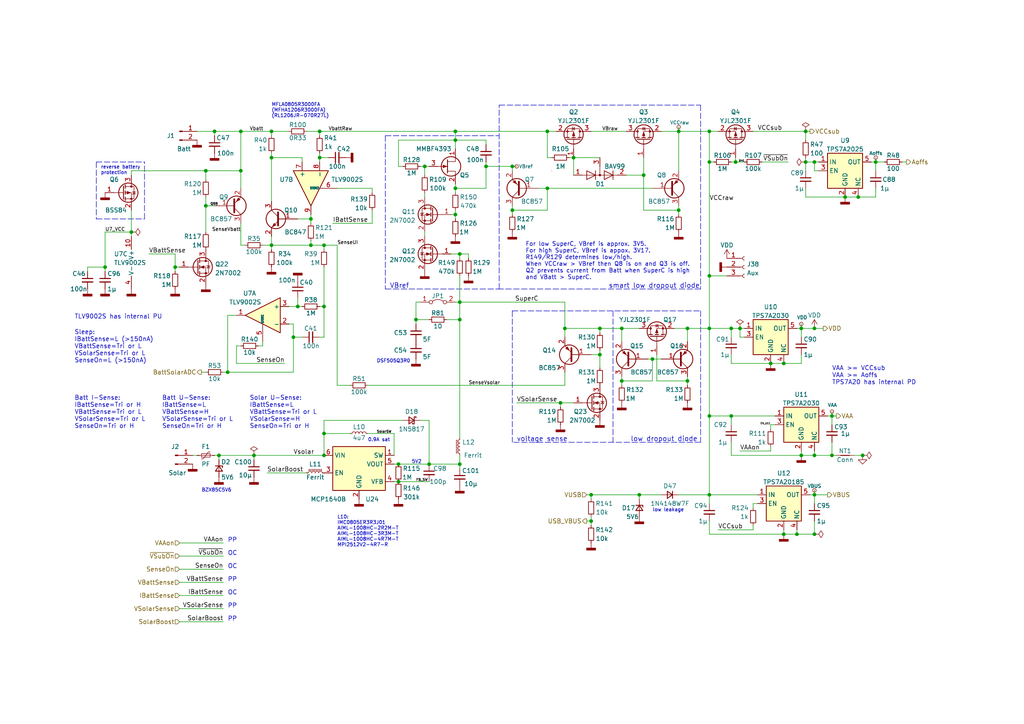
<source format=kicad_sch>
(kicad_sch (version 20211123) (generator eeschema)
  (paper "A4")
  (title_block (title "SOS Main") (date "2023-08-15") (rev "01.01") (comment 1 "CC BY 4.0"))
  (junction (at 232.41 95.25))
  (junction (at 38.1 67.31))
  (junction (at 93.98 125.73))
  (junction (at 236.22 143.51))
  (junction (at 92.71 38.1))
  (junction (at 69.85 38.1))
  (junction (at 199.39 110.49))
  (junction (at 214.63 95.25))
  (junction (at 78.74 71.12))
  (junction (at 180.34 95.25))
  (junction (at 223.52 105.41))
  (junction (at 133.35 134.62))
  (junction (at 231.14 154.94))
  (junction (at 69.85 49.53))
  (junction (at 236.22 46.99))
  (junction (at 73.66 132.08))
  (junction (at 59.69 49.53))
  (junction (at 86.36 88.9))
  (junction (at 248.92 57.15))
  (junction (at 132.08 40.64))
  (junction (at 205.74 38.1))
  (junction (at 162.56 116.84))
  (junction (at 180.34 110.49))
  (junction (at 90.17 63.5))
  (junction (at 212.09 120.65))
  (junction (at 241.3 132.08))
  (junction (at 171.45 151.13))
  (junction (at 115.57 134.62))
  (junction (at 158.75 54.61))
  (junction (at 227.33 154.94))
  (junction (at 205.74 95.25))
  (junction (at 158.75 38.1))
  (junction (at 213.36 46.99))
  (junction (at 189.23 104.14))
  (junction (at 236.22 132.08))
  (junction (at 85.09 97.79))
  (junction (at 233.68 38.1))
  (junction (at 50.8 77.47))
  (junction (at 241.3 120.65))
  (junction (at 185.42 143.51))
  (junction (at 92.71 45.72))
  (junction (at 132.08 38.1))
  (junction (at 186.69 50.8))
  (junction (at 250.19 132.08))
  (junction (at 254 46.99))
  (junction (at 205.74 80.01))
  (junction (at 245.11 57.15))
  (junction (at 166.37 45.72))
  (junction (at 62.23 38.1))
  (junction (at 30.48 77.47))
  (junction (at 233.68 46.99))
  (junction (at 205.74 120.65))
  (junction (at 205.74 143.51))
  (junction (at 90.17 71.12))
  (junction (at 66.04 107.95))
  (junction (at 205.74 46.99))
  (junction (at 196.85 38.1))
  (junction (at 148.59 60.96))
  (junction (at 133.35 92.71))
  (junction (at 236.22 154.94))
  (junction (at 59.69 59.69))
  (junction (at 132.08 54.61))
  (junction (at 173.99 102.87))
  (junction (at 93.98 132.08))
  (junction (at 123.19 48.26))
  (junction (at 78.74 45.72))
  (junction (at 132.08 62.23))
  (junction (at 171.45 143.51))
  (junction (at 120.65 92.71))
  (junction (at 227.33 105.41))
  (junction (at 133.35 87.63))
  (junction (at 78.74 38.1))
  (junction (at 232.41 132.08))
  (junction (at 115.57 139.7))
  (junction (at 173.99 95.25))
  (junction (at 63.5 132.08))
  (junction (at 133.35 73.66))
  (junction (at 212.09 95.25))
  (junction (at 124.46 134.62))
  (junction (at 93.98 88.9))
  (junction (at 196.85 60.96))
  (junction (at 93.98 71.12))
  (junction (at 236.22 95.25))
  (junction (at 199.39 95.25))
  (junction (at 163.83 95.25))
  (junction (at 140.97 48.26))
  (junction (at 148.59 48.26))
  (wire (pts (xy 121.92 87.63) (xy 120.65 87.63)))
  (wire (pts (xy 132.08 87.63) (xy 133.35 87.63)))
  (wire (pts (xy 245.11 57.15) (xy 248.92 57.15)))
  (wire (pts (xy 77.47 137.16) (xy 88.9 137.16)))
  (wire (pts (xy 52.07 161.29) (xy 64.77 161.29)))
  (wire (pts (xy 212.09 132.08) (xy 232.41 132.08)))
  (wire (pts (xy 140.97 48.26) (xy 148.59 48.26)))
  (polyline (pts (xy 41.91 63.5) (xy 41.91 46.99)))
  (wire (pts (xy 205.74 143.51) (xy 205.74 146.05)))
  (wire (pts (xy 69.85 64.77) (xy 69.85 71.12)))
  (wire (pts (xy 140.97 48.26) (xy 140.97 46.99)))
  (wire (pts (xy 254 46.99) (xy 256.54 46.99)))
  (wire (pts (xy 69.85 38.1) (xy 78.74 38.1)))
  (wire (pts (xy 90.17 63.5) (xy 90.17 64.77)))
  (wire (pts (xy 123.19 50.8) (xy 123.19 48.26)))
  (wire (pts (xy 232.41 95.25) (xy 232.41 97.79)))
  (polyline (pts (xy 203.2 90.17) (xy 203.2 128.27)))
  (wire (pts (xy 220.98 46.99) (xy 228.6 46.99)))
  (wire (pts (xy 190.5 102.87) (xy 190.5 110.49)))
  (wire (pts (xy 132.08 54.61) (xy 132.08 55.88)))
  (wire (pts (xy 92.71 45.72) (xy 92.71 46.99)))
  (wire (pts (xy 87.63 45.72) (xy 78.74 45.72)))
  (wire (pts (xy 189.23 104.14) (xy 191.77 104.14)))
  (wire (pts (xy 215.9 97.79) (xy 214.63 97.79)))
  (wire (pts (xy 158.75 45.72) (xy 158.75 38.1)))
  (wire (pts (xy 227.33 154.94) (xy 227.33 153.67)))
  (wire (pts (xy 236.22 143.51) (xy 240.03 143.51)))
  (wire (pts (xy 227.33 154.94) (xy 231.14 154.94)))
  (wire (pts (xy 205.74 80.01) (xy 210.82 80.01)))
  (wire (pts (xy 63.5 132.08) (xy 73.66 132.08)))
  (wire (pts (xy 133.35 87.63) (xy 133.35 92.71)))
  (wire (pts (xy 59.69 59.69) (xy 62.23 59.69)))
  (wire (pts (xy 120.65 92.71) (xy 120.65 93.98)))
  (wire (pts (xy 66.04 107.95) (xy 66.04 91.44)))
  (wire (pts (xy 97.79 71.12) (xy 97.79 111.76)))
  (wire (pts (xy 78.74 44.45) (xy 78.74 45.72)))
  (wire (pts (xy 25.4 77.47) (xy 30.48 77.47)))
  (wire (pts (xy 92.71 45.72) (xy 92.71 44.45)))
  (wire (pts (xy 96.52 64.77) (xy 107.95 64.77)))
  (wire (pts (xy 132.08 38.1) (xy 158.75 38.1)))
  (wire (pts (xy 205.74 151.13) (xy 205.74 154.94)))
  (wire (pts (xy 93.98 88.9) (xy 92.71 88.9)))
  (wire (pts (xy 132.08 53.34) (xy 132.08 54.61)))
  (wire (pts (xy 93.98 72.39) (xy 93.98 71.12)))
  (wire (pts (xy 223.52 105.41) (xy 227.33 105.41)))
  (wire (pts (xy 205.74 46.99) (xy 207.01 46.99)))
  (wire (pts (xy 66.04 91.44) (xy 68.58 91.44)))
  (wire (pts (xy 52.07 168.91) (xy 64.77 168.91)))
  (wire (pts (xy 92.71 38.1) (xy 132.08 38.1)))
  (wire (pts (xy 74.93 100.33) (xy 76.2 100.33)))
  (wire (pts (xy 69.85 71.12) (xy 71.12 71.12)))
  (wire (pts (xy 86.36 88.9) (xy 87.63 88.9)))
  (wire (pts (xy 114.3 125.73) (xy 114.3 132.08)))
  (polyline (pts (xy 27.94 46.99) (xy 27.94 63.5)))
  (polyline (pts (xy 111.76 83.82) (xy 144.78 83.82)))
  (wire (pts (xy 196.85 60.96) (xy 196.85 62.23)))
  (wire (pts (xy 199.39 95.25) (xy 195.58 95.25)))
  (wire (pts (xy 236.22 95.25) (xy 238.76 95.25)))
  (wire (pts (xy 130.81 73.66) (xy 133.35 73.66)))
  (wire (pts (xy 186.69 60.96) (xy 196.85 60.96)))
  (wire (pts (xy 123.19 55.88) (xy 123.19 57.15)))
  (wire (pts (xy 58.42 107.95) (xy 59.69 107.95)))
  (wire (pts (xy 196.85 36.83) (xy 196.85 38.1)))
  (wire (pts (xy 52.07 157.48) (xy 64.77 157.48)))
  (wire (pts (xy 186.69 50.8) (xy 186.69 60.96)))
  (wire (pts (xy 124.46 134.62) (xy 133.35 134.62)))
  (wire (pts (xy 185.42 143.51) (xy 191.77 143.51)))
  (wire (pts (xy 59.69 49.53) (xy 69.85 49.53)))
  (wire (pts (xy 156.21 54.61) (xy 158.75 54.61)))
  (wire (pts (xy 215.9 95.25) (xy 214.63 95.25)))
  (wire (pts (xy 124.46 121.92) (xy 124.46 134.62)))
  (wire (pts (xy 132.08 40.64) (xy 132.08 43.18)))
  (wire (pts (xy 232.41 105.41) (xy 232.41 102.87)))
  (wire (pts (xy 166.37 45.72) (xy 166.37 50.8)))
  (wire (pts (xy 208.28 153.67) (xy 218.44 153.67)))
  (wire (pts (xy 133.35 132.08) (xy 133.35 134.62)))
  (wire (pts (xy 163.83 95.25) (xy 173.99 95.25)))
  (wire (pts (xy 212.09 102.87) (xy 212.09 105.41)))
  (wire (pts (xy 133.35 74.93) (xy 133.35 73.66)))
  (wire (pts (xy 173.99 106.68) (xy 173.99 102.87)))
  (wire (pts (xy 231.14 95.25) (xy 232.41 95.25)))
  (polyline (pts (xy 160.02 49.53) (xy 160.02 49.53)))
  (wire (pts (xy 83.82 88.9) (xy 86.36 88.9)))
  (wire (pts (xy 93.98 77.47) (xy 93.98 88.9)))
  (wire (pts (xy 158.75 54.61) (xy 189.23 54.61)))
  (wire (pts (xy 30.48 67.31) (xy 38.1 67.31)))
  (wire (pts (xy 90.17 71.12) (xy 78.74 71.12)))
  (polyline (pts (xy 203.2 30.48) (xy 203.2 83.82)))
  (wire (pts (xy 223.52 123.19) (xy 224.79 123.19)))
  (wire (pts (xy 85.09 97.79) (xy 85.09 93.98)))
  (wire (pts (xy 180.34 110.49) (xy 189.23 110.49)))
  (wire (pts (xy 187.96 104.14) (xy 189.23 104.14)))
  (wire (pts (xy 78.74 68.58) (xy 78.74 71.12)))
  (wire (pts (xy 68.58 100.33) (xy 69.85 100.33)))
  (wire (pts (xy 223.52 130.81) (xy 223.52 129.54)))
  (wire (pts (xy 93.98 71.12) (xy 90.17 71.12)))
  (wire (pts (xy 73.66 132.08) (xy 73.66 133.35)))
  (wire (pts (xy 180.34 95.25) (xy 180.34 99.06)))
  (wire (pts (xy 133.35 135.89) (xy 133.35 134.62)))
  (wire (pts (xy 120.65 87.63) (xy 120.65 92.71)))
  (wire (pts (xy 95.25 45.72) (xy 92.71 45.72)))
  (wire (pts (xy 170.18 143.51) (xy 171.45 143.51)))
  (wire (pts (xy 85.09 97.79) (xy 85.09 107.95)))
  (polyline (pts (xy 177.8 90.17) (xy 177.8 128.27)))
  (wire (pts (xy 254 57.15) (xy 254 54.61)))
  (wire (pts (xy 132.08 60.96) (xy 132.08 62.23)))
  (wire (pts (xy 171.45 143.51) (xy 171.45 144.78)))
  (wire (pts (xy 107.95 64.77) (xy 107.95 60.96)))
  (wire (pts (xy 50.8 73.66) (xy 50.8 77.47)))
  (wire (pts (xy 148.59 59.69) (xy 148.59 60.96)))
  (wire (pts (xy 233.68 46.99) (xy 233.68 49.53)))
  (wire (pts (xy 163.83 107.95) (xy 163.83 111.76)))
  (polyline (pts (xy 148.59 90.17) (xy 148.59 128.27)))
  (wire (pts (xy 212.09 95.25) (xy 212.09 97.79)))
  (wire (pts (xy 236.22 130.81) (xy 236.22 132.08)))
  (wire (pts (xy 199.39 95.25) (xy 205.74 95.25)))
  (wire (pts (xy 43.18 73.66) (xy 50.8 73.66)))
  (wire (pts (xy 93.98 97.79) (xy 93.98 88.9)))
  (wire (pts (xy 237.49 49.53) (xy 236.22 49.53)))
  (polyline (pts (xy 144.78 30.48) (xy 203.2 30.48)))
  (wire (pts (xy 158.75 60.96) (xy 158.75 54.61)))
  (wire (pts (xy 132.08 40.64) (xy 140.97 40.64)))
  (wire (pts (xy 205.74 46.99) (xy 205.74 80.01)))
  (wire (pts (xy 232.41 93.98) (xy 232.41 95.25)))
  (wire (pts (xy 213.36 46.99) (xy 215.9 46.99)))
  (polyline (pts (xy 111.76 39.37) (xy 111.76 83.82)))
  (wire (pts (xy 133.35 87.63) (xy 163.83 87.63)))
  (wire (pts (xy 199.39 110.49) (xy 199.39 111.76)))
  (wire (pts (xy 212.09 105.41) (xy 223.52 105.41)))
  (wire (pts (xy 247.65 132.08) (xy 250.19 132.08)))
  (wire (pts (xy 165.1 45.72) (xy 166.37 45.72)))
  (wire (pts (xy 116.84 48.26) (xy 115.57 48.26)))
  (wire (pts (xy 205.74 38.1) (xy 205.74 46.99)))
  (wire (pts (xy 115.57 40.64) (xy 132.08 40.64)))
  (wire (pts (xy 59.69 67.31) (xy 59.69 59.69)))
  (wire (pts (xy 87.63 46.99) (xy 87.63 45.72)))
  (wire (pts (xy 214.63 97.79) (xy 214.63 95.25)))
  (wire (pts (xy 254 45.72) (xy 254 46.99)))
  (wire (pts (xy 69.85 49.53) (xy 69.85 54.61)))
  (wire (pts (xy 115.57 134.62) (xy 124.46 134.62)))
  (wire (pts (xy 115.57 139.7) (xy 124.46 139.7)))
  (wire (pts (xy 59.69 57.15) (xy 59.69 59.69)))
  (wire (pts (xy 93.98 71.12) (xy 97.79 71.12)))
  (wire (pts (xy 232.41 95.25) (xy 236.22 95.25)))
  (wire (pts (xy 241.3 119.38) (xy 241.3 120.65)))
  (wire (pts (xy 132.08 38.1) (xy 132.08 40.64)))
  (wire (pts (xy 69.85 38.1) (xy 69.85 49.53)))
  (wire (pts (xy 86.36 86.36) (xy 86.36 88.9)))
  (wire (pts (xy 62.23 38.1) (xy 69.85 38.1)))
  (wire (pts (xy 241.3 132.08) (xy 242.57 132.08)))
  (wire (pts (xy 214.63 130.81) (xy 223.52 130.81)))
  (wire (pts (xy 189.23 110.49) (xy 189.23 104.14)))
  (wire (pts (xy 92.71 97.79) (xy 93.98 97.79)))
  (wire (pts (xy 78.74 71.12) (xy 78.74 72.39)))
  (polyline (pts (xy 111.76 39.37) (xy 144.78 39.37)))
  (wire (pts (xy 97.79 111.76) (xy 101.6 111.76)))
  (wire (pts (xy 261.62 46.99) (xy 262.89 46.99)))
  (wire (pts (xy 76.2 99.06) (xy 76.2 100.33)))
  (wire (pts (xy 30.48 77.47) (xy 30.48 67.31)))
  (wire (pts (xy 63.5 132.08) (xy 63.5 133.35)))
  (wire (pts (xy 212.09 120.65) (xy 224.79 120.65)))
  (wire (pts (xy 85.09 93.98) (xy 83.82 93.98)))
  (polyline (pts (xy 203.2 128.27) (xy 148.59 128.27)))
  (wire (pts (xy 85.09 97.79) (xy 87.63 97.79)))
  (wire (pts (xy 171.45 38.1) (xy 181.61 38.1)))
  (wire (pts (xy 173.99 101.6) (xy 173.99 102.87)))
  (wire (pts (xy 236.22 154.94) (xy 236.22 151.13)))
  (wire (pts (xy 162.56 116.84) (xy 162.56 118.11)))
  (wire (pts (xy 236.22 132.08) (xy 241.3 132.08)))
  (wire (pts (xy 233.68 45.72) (xy 233.68 46.99)))
  (wire (pts (xy 62.23 39.37) (xy 62.23 38.1)))
  (wire (pts (xy 205.74 38.1) (xy 208.28 38.1)))
  (wire (pts (xy 135.89 73.66) (xy 135.89 74.93)))
  (wire (pts (xy 97.79 54.61) (xy 107.95 54.61)))
  (wire (pts (xy 129.54 92.71) (xy 133.35 92.71)))
  (wire (pts (xy 214.63 95.25) (xy 212.09 95.25)))
  (wire (pts (xy 148.59 60.96) (xy 148.59 62.23)))
  (wire (pts (xy 38.1 49.53) (xy 59.69 49.53)))
  (wire (pts (xy 124.46 92.71) (xy 120.65 92.71)))
  (wire (pts (xy 59.69 49.53) (xy 59.69 52.07)))
  (polyline (pts (xy 144.78 83.82) (xy 144.78 30.48)))
  (wire (pts (xy 115.57 40.64) (xy 115.57 48.26)))
  (wire (pts (xy 180.34 110.49) (xy 180.34 111.76)))
  (wire (pts (xy 133.35 73.66) (xy 135.89 73.66)))
  (wire (pts (xy 233.68 57.15) (xy 245.11 57.15)))
  (wire (pts (xy 68.58 105.41) (xy 82.55 105.41)))
  (wire (pts (xy 101.6 125.73) (xy 93.98 125.73)))
  (wire (pts (xy 55.88 132.08) (xy 57.15 132.08)))
  (wire (pts (xy 185.42 143.51) (xy 185.42 144.78)))
  (wire (pts (xy 140.97 54.61) (xy 140.97 48.26)))
  (wire (pts (xy 30.48 77.47) (xy 30.48 78.74)))
  (wire (pts (xy 205.74 95.25) (xy 205.74 120.65)))
  (wire (pts (xy 52.07 172.72) (xy 64.77 172.72)))
  (wire (pts (xy 116.84 121.92) (xy 93.98 121.92)))
  (wire (pts (xy 205.74 143.51) (xy 219.71 143.51)))
  (wire (pts (xy 240.03 120.65) (xy 241.3 120.65)))
  (wire (pts (xy 123.19 48.26) (xy 124.46 48.26)))
  (wire (pts (xy 232.41 132.08) (xy 236.22 132.08)))
  (wire (pts (xy 132.08 62.23) (xy 132.08 63.5)))
  (wire (pts (xy 62.23 132.08) (xy 63.5 132.08)))
  (wire (pts (xy 160.02 45.72) (xy 158.75 45.72)))
  (wire (pts (xy 90.17 63.5) (xy 90.17 62.23)))
  (wire (pts (xy 170.18 151.13) (xy 171.45 151.13)))
  (wire (pts (xy 252.73 46.99) (xy 254 46.99)))
  (wire (pts (xy 171.45 143.51) (xy 185.42 143.51)))
  (wire (pts (xy 205.74 120.65) (xy 212.09 120.65)))
  (wire (pts (xy 166.37 116.84) (xy 162.56 116.84)))
  (wire (pts (xy 133.35 80.01) (xy 133.35 87.63)))
  (wire (pts (xy 213.36 45.72) (xy 213.36 46.99)))
  (wire (pts (xy 171.45 149.86) (xy 171.45 151.13)))
  (wire (pts (xy 133.35 92.71) (xy 133.35 127)))
  (wire (pts (xy 181.61 50.8) (xy 186.69 50.8)))
  (wire (pts (xy 212.09 128.27) (xy 212.09 132.08)))
  (wire (pts (xy 78.74 38.1) (xy 83.82 38.1)))
  (wire (pts (xy 38.1 67.31) (xy 38.1 68.58)))
  (wire (pts (xy 223.52 123.19) (xy 223.52 124.46)))
  (wire (pts (xy 254 46.99) (xy 254 49.53)))
  (wire (pts (xy 130.81 62.23) (xy 132.08 62.23)))
  (wire (pts (xy 173.99 45.72) (xy 166.37 45.72)))
  (wire (pts (xy 171.45 151.13) (xy 171.45 152.4)))
  (wire (pts (xy 173.99 102.87) (xy 171.45 102.87)))
  (wire (pts (xy 232.41 132.08) (xy 232.41 130.81)))
  (wire (pts (xy 248.92 57.15) (xy 254 57.15)))
  (wire (pts (xy 64.77 107.95) (xy 66.04 107.95)))
  (wire (pts (xy 233.68 54.61) (xy 233.68 57.15)))
  (wire (pts (xy 92.71 38.1) (xy 92.71 39.37)))
  (wire (pts (xy 190.5 110.49) (xy 199.39 110.49)))
  (wire (pts (xy 205.74 95.25) (xy 212.09 95.25)))
  (wire (pts (xy 57.15 38.1) (xy 62.23 38.1)))
  (wire (pts (xy 231.14 154.94) (xy 236.22 154.94)))
  (wire (pts (xy 93.98 125.73) (xy 93.98 132.08)))
  (wire (pts (xy 107.95 54.61) (xy 107.95 55.88)))
  (wire (pts (xy 52.07 165.1) (xy 64.77 165.1)))
  (wire (pts (xy 196.85 38.1) (xy 205.74 38.1)))
  (polyline (pts (xy 27.94 63.5) (xy 41.91 63.5)))
  (polyline (pts (xy 148.59 90.17) (xy 203.2 90.17)))
  (wire (pts (xy 186.69 45.72) (xy 186.69 50.8)))
  (wire (pts (xy 196.85 143.51) (xy 205.74 143.51)))
  (wire (pts (xy 52.07 176.53) (xy 64.77 176.53)))
  (wire (pts (xy 90.17 69.85) (xy 90.17 71.12)))
  (wire (pts (xy 52.07 77.47) (xy 50.8 77.47)))
  (wire (pts (xy 236.22 46.99) (xy 236.22 49.53)))
  (wire (pts (xy 205.74 120.65) (xy 205.74 143.51)))
  (wire (pts (xy 173.99 95.25) (xy 173.99 96.52)))
  (wire (pts (xy 68.58 100.33) (xy 68.58 105.41)))
  (wire (pts (xy 50.8 77.47) (xy 50.8 78.74)))
  (wire (pts (xy 121.92 48.26) (xy 123.19 48.26)))
  (wire (pts (xy 218.44 153.67) (xy 218.44 152.4)))
  (wire (pts (xy 132.08 54.61) (xy 140.97 54.61)))
  (wire (pts (xy 234.95 143.51) (xy 236.22 143.51)))
  (wire (pts (xy 76.2 71.12) (xy 78.74 71.12)))
  (wire (pts (xy 173.99 95.25) (xy 180.34 95.25)))
  (wire (pts (xy 38.1 60.96) (xy 38.1 67.31)))
  (wire (pts (xy 227.33 105.41) (xy 232.41 105.41)))
  (wire (pts (xy 236.22 46.99) (xy 237.49 46.99)))
  (wire (pts (xy 25.4 77.47) (xy 25.4 78.74)))
  (wire (pts (xy 78.74 45.72) (xy 78.74 58.42)))
  (wire (pts (xy 241.3 120.65) (xy 242.57 120.65)))
  (wire (pts (xy 148.59 48.26) (xy 148.59 49.53)))
  (wire (pts (xy 106.68 111.76) (xy 163.83 111.76)))
  (wire (pts (xy 233.68 38.1) (xy 233.68 40.64)))
  (wire (pts (xy 233.68 46.99) (xy 236.22 46.99)))
  (wire (pts (xy 196.85 49.53) (xy 196.85 38.1)))
  (wire (pts (xy 218.44 38.1) (xy 233.68 38.1)))
  (wire (pts (xy 196.85 38.1) (xy 191.77 38.1)))
  (wire (pts (xy 86.36 63.5) (xy 90.17 63.5)))
  (wire (pts (xy 231.14 153.67) (xy 231.14 154.94)))
  (wire (pts (xy 218.44 146.05) (xy 218.44 147.32)))
  (wire (pts (xy 114.3 139.7) (xy 115.57 139.7)))
  (wire (pts (xy 241.3 120.65) (xy 241.3 123.19)))
  (wire (pts (xy 163.83 95.25) (xy 163.83 97.79)))
  (wire (pts (xy 88.9 38.1) (xy 92.71 38.1)))
  (polyline (pts (xy 27.94 46.99) (xy 41.91 46.99)))
  (wire (pts (xy 123.19 67.31) (xy 123.19 68.58)))
  (wire (pts (xy 148.59 48.26) (xy 149.86 48.26)))
  (wire (pts (xy 85.09 107.95) (xy 66.04 107.95)))
  (wire (pts (xy 205.74 80.01) (xy 205.74 95.25)))
  (wire (pts (xy 236.22 142.24) (xy 236.22 143.51)))
  (wire (pts (xy 114.3 134.62) (xy 115.57 134.62)))
  (wire (pts (xy 163.83 87.63) (xy 163.83 95.25)))
  (wire (pts (xy 219.71 146.05) (xy 218.44 146.05)))
  (wire (pts (xy 148.59 60.96) (xy 158.75 60.96)))
  (wire (pts (xy 149.86 116.84) (xy 162.56 116.84)))
  (wire (pts (xy 199.39 99.06) (xy 199.39 95.25)))
  (wire (pts (xy 73.66 132.08) (xy 93.98 132.08)))
  (wire (pts (xy 52.07 180.34) (xy 64.77 180.34)))
  (wire (pts (xy 241.3 128.27) (xy 241.3 132.08)))
  (wire (pts (xy 140.97 40.64) (xy 140.97 41.91)))
  (polyline (pts (xy 203.2 83.82) (xy 144.78 83.82)))
  (wire (pts (xy 121.92 121.92) (xy 124.46 121.92)))
  (wire (pts (xy 180.34 95.25) (xy 185.42 95.25)))
  (wire (pts (xy 233.68 38.1) (xy 234.95 38.1)))
  (wire (pts (xy 106.68 125.73) (xy 114.3 125.73)))
  (wire (pts (xy 199.39 110.49) (xy 199.39 109.22)))
  (wire (pts (xy 205.74 154.94) (xy 227.33 154.94)))
  (wire (pts (xy 78.74 38.1) (xy 78.74 39.37)))
  (wire (pts (xy 212.09 46.99) (xy 213.36 46.99)))
  (wire (pts (xy 38.1 50.8) (xy 38.1 49.53)))
  (wire (pts (xy 236.22 143.51) (xy 236.22 146.05)))
  (wire (pts (xy 158.75 38.1) (xy 161.29 38.1)))
  (wire (pts (xy 196.85 59.69) (xy 196.85 60.96)))
  (wire (pts (xy 180.34 109.22) (xy 180.34 110.49)))
  (wire (pts (xy 212.09 120.65) (xy 212.09 123.19)))
  (wire (pts (xy 93.98 121.92) (xy 93.98 125.73)))
  (text "BZX85C5V6" (at 58.42 142.875 0) (effects (font (size 1 1)) (justify left bottom)))
  (text "TLV9002S has internal PU" (at 21.59 92.71 0) (effects (font (size 1.27 1.27)) (justify left bottom)))
  (text "PP" (at 66.04 176.53 0) (effects (font (size 1.27 1.27)) (justify left bottom)))
  (text "VAA >= VCCsub\nVAA >= Aoffs\nTPS7A20 has internal PD" (at 241.3 111.76 0) (effects (font (size 1.27 1.27)) (justify left bottom)))
  (text "low leakage" (at 189.23 148.59 0) (effects (font (size 1 1)) (justify left bottom)))
  (text "reverse battery\nprotection" (at 29.21 50.8 0) (effects (font (size 1 1)) (justify left bottom)))
  (text "Sleep:\nIBattSense=L (>150nA)\nVBattSense=Tri or L\nVSolarSense=Tri or L\nSenseOn=L (>150nA)" (at 21.59 105.41 0) (effects (font (size 1.27 1.27)) (justify left bottom)))
  (text "voltage sense" (at 149.86 128.27 0) (effects (font (size 1.4 1.4)) (justify left bottom)))
  (text "Batt I-Sense:\nIBattSense=Tri or H\nVBattSense=Tri or L\nVSolarSense=Tri or L\nSenseOn=Tri or H" (at 21.59 124.46 0) (effects (font (size 1.27 1.27)) (justify left bottom)))
  (text "VBref" (at 113.03 83.82 0) (effects (font (size 1.4 1.4)) (justify left bottom)))
  (text "5V2" (at 119.38 134.62 0) (effects (font (size 1 1)) (justify left bottom)))
  (text "PP" (at 66.04 180.34 0) (effects (font (size 1.27 1.27)) (justify left bottom)))
  (text "0.9A sat" (at 106.68 128.27 0) (effects (font (size 1 1)) (justify left bottom)))
  (text "OC" (at 66.04 172.72 0) (effects (font (size 1.27 1.27)) (justify left bottom)))
  (text "low dropout diode" (at 182.88 128.27 0) (effects (font (size 1.4 1.4)) (justify left bottom)))
  (text "L10:\nIMC0805ER3R3J01\nAIML-1008HC-2R2M-T\nAIML-1008HC-3R3M-T\nAIML-1008HC-4R7M-T\nMPI2512V2-4R7-R" (at 97.79 158.75 0) (effects (font (size 1 1)) (justify left bottom)))
  (text "Solar U-Sense:\nIBattSense=L\nVBattSense=Tri or L\nVSolarSense=H\nSenseOn=Tri or H" (at 72.39 124.46 0) (effects (font (size 1.27 1.27)) (justify left bottom)))
  (text "MFLA0805R3000FA\n(MFHA1206R3000FA)\n(RL1206JR-070R27L)" (at 78.74 34.29 0) (effects (font (size 1 1)) (justify left bottom)))
  (text "OC" (at 66.04 165.1 0) (effects (font (size 1.27 1.27)) (justify left bottom)))
  (text "For low SuperC, VBref is approx. 3V5.\nFor high SuperC, VBref is appox. 3V17.\nR149/R129 determines low/high.\nWhen VCCraw > VBref then Q8 is on and Q3 is off.\nQ2 prevents current from Batt when SuperC is high\nand VBatt > SuperC." (at 152.4 81.28 0) (effects (font (size 1.2 1.2)) (justify left bottom)))
  (text "smart low dropout diode" (at 176.53 83.82 0) (effects (font (size 1.4 1.4)) (justify left bottom)))
  (text "OC" (at 66.04 161.29 0) (effects (font (size 1.27 1.27)) (justify left bottom)))
  (text "Batt U-Sense:\nIBattSense=L\nVBattSense=H\nVSolarSense=Tri or L\nSenseOn=Tri or H" (at 46.99 124.46 0) (effects (font (size 1.27 1.27)) (justify left bottom)))
  (text "DSF505Q3R0" (at 109.22 105.41 0) (effects (font (size 1 1)) (justify left bottom)))
  (text "PP" (at 66.04 168.91 0) (effects (font (size 1.27 1.27)) (justify left bottom)))
  (text "PP" (at 66.04 157.48 0) (effects (font (size 1.27 1.27)) (justify left bottom)))
  (label "VBattSense" (at 43.18 73.66 0))
  (label "Vbatt" (at 72.39 38.1 0) (effects (font (size 1 1))))
  (label "SenseOn" (at 64.77 165.1 180))
  (label "EN_U11" (at 223.52 123.19 180) (effects (font (size 0.5 0.5))))
  (label "VSolarSense" (at 64.77 176.53 180))
  (label "SenseUI" (at 97.79 71.12 0) (effects (font (size 1 1))))
  (label "VCCsub" (at 219.71 38.1 0))
  (label "SuperC" (at 156.21 87.63 180))
  (label "SenseOn" (at 82.55 105.41 180))
  (label "FB_SW" (at 120.65 139.7 0) (effects (font (size 0.7 0.7))))
  (label "VBattSense" (at 64.77 168.91 180))
  (label "U7_VCC" (at 30.48 67.31 0) (effects (font (size 1 1))))
  (label "VAAon" (at 214.63 130.81 0))
  (label "SenseVsolar" (at 135.89 111.76 0) (effects (font (size 1 1))))
  (label "VbattRaw" (at 95.25 38.1 0) (effects (font (size 1 1))))
  (label "SolarBoost" (at 64.77 180.34 180))
  (label "VCCraw" (at 205.74 58.42 0))
  (label "SolarBoost" (at 77.47 137.16 0))
  (label "Q4G" (at 215.9 46.99 180) (effects (font (size 0.5 0.5))))
  (label "SolarSW" (at 109.22 125.73 0) (effects (font (size 0.7 0.7))))
  (label "Q9B" (at 60.96 59.69 0) (effects (font (size 0.7 0.7))))
  (label "Vsolar" (at 85.09 132.08 0))
  (label "VSolarSense" (at 149.86 116.84 0))
  (label "IBattSense" (at 64.77 172.72 180))
  (label "~{VSubOn}" (at 228.6 46.99 180))
  (label "SenseVbatt" (at 69.85 67.31 180) (effects (font (size 1 1))))
  (label "IBattSense" (at 96.52 64.77 0))
  (label "VAAon" (at 64.77 157.48 180))
  (label "~{VSubOn}" (at 64.77 161.29 180))
  (label "VCCsub" (at 208.28 153.67 0))
  (label "VBraw" (at 174.625 38.1 0) (effects (font (size 1 1))))
  (hierarchical_label "VBUS" (shape output) (at 240.03 143.51 0))
  (hierarchical_label "SenseOn" (shape input) (at 52.07 165.1 180))
  (hierarchical_label "Aoffs" (shape output) (at 262.89 46.99 0))
  (hierarchical_label "VCCsub" (shape output) (at 234.95 38.1 0))
  (hierarchical_label "~{VSubOn}" (shape input) (at 52.07 161.29 180))
  (hierarchical_label "IBattSense" (shape input) (at 52.07 172.72 180))
  (hierarchical_label "SolarBoost" (shape input) (at 52.07 180.34 180))
  (hierarchical_label "VBattSense" (shape input) (at 52.07 168.91 180))
  (hierarchical_label "BattSolarADC" (shape output) (at 58.42 107.95 180))
  (hierarchical_label "VSolarSense" (shape input) (at 52.07 176.53 180))
  (hierarchical_label "VAA" (shape output) (at 242.57 120.65 0))
  (hierarchical_label "VUSB" (shape input) (at 170.18 143.51 180))
  (hierarchical_label "VDD" (shape output) (at 238.76 95.25 0))
  (hierarchical_label "VAAon" (shape input) (at 52.07 157.48 180))
  (hierarchical_label "USB_VBUS" (shape output) (at 170.18 151.13 180))
  (symbol (lib_id "Device:R_Small") (at 132.08 58.42 180) (unit 1)
    (property "Reference" "R150" (at 135.89 57.15 0))
    (property "Value" "470k" (at 135.89 59.69 0))
    (property "Footprint" "Resistor_SMD:R_0603_1608Metric" (effects hide))
  )
  (symbol (lib_id "Connector:Conn_01x02_Male") (at 50.8 132.08 0) (unit 1)
    (property "Reference" "J2" (at 50.8 129.54 0))
    (property "Value" "Solar" (at 51.435 137.16 0))
    (property "Footprint" "Connector_PinHeader_2.54mm:PinHeader_1x02_P2.54mm_Vertical" (effects hide))
  )
  (symbol (lib_name "TPS7A0530PDBV_2") (lib_id "Regulator_Linear:TPS7A0530PDBV") (at 223.52 97.79 0) (unit 1)
    (property "Reference" "U10" (at 223.52 89.0102 0))
    (property "Value" "TPS7A2030" (at 223.52 91.5471 0))
    (property "Footprint" "Package_TO_SOT_SMD:SOT-23-5" (effects hide))
    (property "Datasheet" "https://www.ti.com/lit/ds/symlink/tps7a05.pdf" (effects hide))
  )
  (symbol (lib_id "Transistor_FET:2N7002") (at 57.15 77.47 0) (unit 1)
    (property "Reference" "Q22" (at 62.357 76.6353 0) (effects (justify left)))
    (property "Value" "2N7002" (at 62.357 79.1722 0) (effects (justify left)))
    (property "Footprint" "Package_TO_SOT_SMD:SOT-23" (effects hide))
    (property "Datasheet" "https://www.onsemi.com/pub/Collateral/NDS7002A-D.PDF" (effects hide))
  )
  (symbol (lib_id "Device:R_Small") (at 92.71 41.91 180) (unit 1)
    (property "Reference" "R41" (at 95.885 40.005 0))
    (property "Value" "1k" (at 95.25 42.545 0))
    (property "Footprint" "Resistor_SMD:R_0805_2012Metric" (effects hide))
  )
  (symbol (lib_id "Transistor_FET:MMBF4393") (at 129.54 48.26 0) (unit 1)
    (property "Reference" "Q5" (at 133.35 50.8 0) (effects (justify left)))
    (property "Value" "MMBF4393" (at 120.65 43.18 0) (effects (justify left)))
    (property "Footprint" "Package_TO_SOT_SMD:SOT-23" (effects hide))
    (property "Datasheet" "https://www.onsemi.com/pub/Collateral/MMBF4391LT1-D.PDF" (effects hide))
  )
  (symbol (lib_id "Device:R_Small") (at 196.85 64.77 180) (unit 1)
    (property "Reference" "R116" (at 193.04 63.5 0))
    (property "Value" "1M" (at 194.31 66.04 0))
    (property "Footprint" "Resistor_SMD:R_0805_2012Metric" (effects hide))
  )
  (symbol (lib_id "Device:R_Small") (at 132.08 66.04 180) (unit 1)
    (property "Reference" "R126" (at 135.89 64.77 0))
    (property "Value" "1M" (at 134.62 67.31 0))
    (property "Footprint" "Resistor_SMD:R_0805_2012Metric" (effects hide))
  )
  (symbol (lib_id "power:GNDD") (at 123.19 78.74 0) (unit 1)
    (property "Reference" "#PWR0227" (effects hide))
    (property "Value" "GNDD" (effects hide))
  )
  (symbol (lib_id "Device:R_Small") (at 171.45 147.32 180) (unit 1)
    (property "Reference" "R141" (at 175.26 146.05 0))
    (property "Value" "10k" (at 174.625 148.59 0))
    (property "Footprint" "Resistor_SMD:R_0603_1608Metric" (effects hide))
  )
  (symbol (lib_id "Diode:BAV99") (at 173.99 50.8 0) (mirror x) (unit 1)
    (property "Reference" "D1" (at 172.72 53.34 0) (effects (justify left)))
    (property "Value" "BAV99" (at 175.26 48.26 0) (effects (justify left)))
    (property "Footprint" "Package_TO_SOT_SMD:SOT-23" (effects hide))
    (property "Datasheet" "https://assets.nexperia.com/documents/data-sheet/BAV99_SER.pdf" (effects hide))
  )
  (symbol (lib_id "Device:R_Small") (at 78.74 74.93 180) (unit 1)
    (property "Reference" "R34" (at 82.55 73.66 0))
    (property "Value" "100k" (at 82.55 76.2 0))
    (property "Footprint" "Resistor_SMD:R_0805_2012Metric" (effects hide))
  )
  (symbol (lib_id "Transistor_FET:2N7002") (at 171.45 116.84 0) (unit 1)
    (property "Reference" "Q23" (at 166.37 119.38 0) (effects (justify left)))
    (property "Value" "2N7002" (at 165.1 121.92 0) (effects (justify left)))
    (property "Footprint" "Package_TO_SOT_SMD:SOT-23" (effects hide))
    (property "Datasheet" "https://www.onsemi.com/pub/Collateral/NDS7002A-D.PDF" (effects hide))
  )
  (symbol (lib_id "power:GNDD") (at 50.8 83.82 0) (unit 1)
    (property "Reference" "#PWR0245" (effects hide))
    (property "Value" "GNDD" (effects hide))
  )
  (symbol (lib_id "power:PWR_FLAG") (at 233.68 46.99 90) (unit 1)
    (property "Reference" "#FLG0117" (effects hide))
    (property "Value" "PWR_FLAG" (effects hide))
  )
  (symbol (lib_id "Device:C_Small") (at 86.36 83.82 0) (mirror y) (unit 1)
    (property "Reference" "C40" (at 90.805 81.915 0) (effects (justify left)))
    (property "Value" "100n" (at 85.725 81.28 0) (effects (justify left)))
    (property "Footprint" "Capacitor_SMD:C_0603_1608Metric" (effects hide))
  )
  (symbol (lib_id "power:GNDD") (at 196.85 67.31 0) (unit 1)
    (property "Reference" "#PWR0225" (effects hide))
    (property "Value" "GNDD" (effects hide))
  )
  (symbol (lib_id "Transistor_BJT:BC857") (at 151.13 54.61 180) (unit 1)
    (property "Reference" "Q7" (at 154.94 52.07 0) (effects (justify left)))
    (property "Value" "BC857" (at 157.48 58.42 0) (effects (justify left)))
    (property "Footprint" "Package_TO_SOT_SMD:SOT-23" (effects hide))
    (property "Datasheet" "https://www.onsemi.com/pub/Collateral/BC860-D.pdf" (effects hide))
  )
  (symbol (lib_id "Device:R_Small") (at 218.44 46.99 270) (unit 1)
    (property "Reference" "R107" (at 218.44 45.085 90))
    (property "Value" "100k" (at 218.44 48.895 90))
    (property "Footprint" "Resistor_SMD:R_0603_1608Metric" (effects hide))
  )
  (symbol (lib_id "Device:C_Small") (at 254 52.07 0) (unit 1)
    (property "Reference" "C88" (at 255.905 52.07 0) (effects (justify left)))
    (property "Value" "1µ" (at 255.27 54.61 0) (effects (justify left)))
    (property "Footprint" "Capacitor_SMD:C_0805_2012Metric" (effects hide))
  )
  (symbol (lib_id "Device:R_Small") (at 199.39 114.3 180) (unit 1)
    (property "Reference" "R133" (at 195.58 113.03 0))
    (property "Value" "1M" (at 196.85 115.57 0))
    (property "Footprint" "Resistor_SMD:R_0805_2012Metric" (effects hide))
  )
  (symbol (lib_id "Regulator_Linear:TPS7A0522PDBV") (at 227.33 146.05 0) (unit 1)
    (property "Reference" "U12" (at 227.33 137.2702 0))
    (property "Value" "TPS7A20185" (at 227.33 139.8071 0))
    (property "Footprint" "Package_TO_SOT_SMD:SOT-23-5" (effects hide))
    (property "Datasheet" "https://www.ti.com/lit/ds/symlink/tps7a05.pdf" (effects hide))
  )
  (symbol (lib_id "power:GNDD") (at 223.52 105.41 0) (unit 1)
    (property "Reference" "#PWR0243" (effects hide))
    (property "Value" "GNDD" (effects hide))
  )
  (symbol (lib_id "Device:L_Ferrite_Small") (at 91.44 137.16 90) (unit 1)
    (property "Reference" "L11" (at 91.44 134.62 90))
    (property "Value" "Ferrit" (at 91.44 138.43 90))
    (property "Footprint" "Inductor_SMD:L_0805_2012Metric" (effects hide))
  )
  (symbol (lib_id "Connector:TestPoint_Small") (at 149.86 48.26 0) (unit 1)
    (property "Reference" "TP5" (effects hide))
    (property "Value" "VBref" (at 150.495 48.26 0) (effects (font (size 1 1)) (justify left)))
    (property "Footprint" "TestPoint:TestPoint_THTPad_D1.0mm_Drill0.5mm" (effects hide))
  )
  (symbol (lib_id "power:GNDD") (at 63.5 138.43 0) (unit 1)
    (property "Reference" "#PWR02" (effects hide))
    (property "Value" "GNDD" (effects hide))
  )
  (symbol (lib_id "Device:C_Small") (at 25.4 81.28 0) (unit 1)
    (property "Reference" "C46" (at 20.955 79.375 0) (effects (justify left)))
    (property "Value" "100n" (at 20.32 83.82 0) (effects (justify left)))
    (property "Footprint" "Capacitor_SMD:C_0603_1608Metric" (effects hide))
  )
  (symbol (lib_id "Connector:TestPoint_Small") (at 254 45.72 0) (unit 1)
    (property "Reference" "TP21" (effects hide))
    (property "Value" "Aoffs" (at 252.095 44.45 0) (effects (font (size 1 1)) (justify left)))
    (property "Footprint" "TestPoint:TestPoint_THTPad_D1.0mm_Drill0.5mm" (effects hide))
  )
  (symbol (lib_id "Device:C_Small") (at 236.22 148.59 0) (unit 1)
    (property "Reference" "C95" (at 236.855 146.685 0) (effects (justify left)))
    (property "Value" "1µ" (at 236.855 151.13 0) (effects (justify left)))
    (property "Footprint" "Capacitor_SMD:C_0805_2012Metric" (effects hide))
  )
  (symbol (lib_id "power:GNDD") (at 55.88 134.62 0) (unit 1)
    (property "Reference" "#PWR0226" (effects hide))
    (property "Value" "GNDD" (effects hide))
  )
  (symbol (lib_id "Device:NetTie_2") (at 245.11 132.08 0) (unit 1)
    (property "Reference" "NT1" (at 245.11 130.81 0))
    (property "Value" "Conn" (at 245.11 133.35 0))
    (property "Footprint" "Jumper:SolderJumper-2_P1.3mm_Bridged2Bar_Pad1.0x1.5mm" (effects hide))
  )
  (symbol (lib_id "power:PWR_FLAG") (at 73.66 132.08 0) (unit 1)
    (property "Reference" "#FLG0122" (effects hide))
    (property "Value" "PWR_FLAG" (effects hide))
  )
  (symbol (lib_id "Device:R_Small") (at 86.36 38.1 90) (unit 1)
    (property "Reference" "R100" (at 86.36 36.195 90))
    (property "Value" "0R33" (at 86.36 40.005 90))
    (property "Footprint" "Resistor_SMD:R_0805_2012Metric_Pad1.20x1.40mm_HandSolder" (effects hide))
  )
  (symbol (lib_id "Device:C_Small") (at 30.48 81.28 0) (unit 1)
    (property "Reference" "C96" (at 31.115 79.375 0) (effects (justify left)))
    (property "Value" "1µ" (at 31.115 83.82 0) (effects (justify left)))
    (property "Footprint" "Capacitor_SMD:C_0805_2012Metric" (effects hide))
  )
  (symbol (lib_id "Device:D_Zener_Small") (at 185.42 147.32 270) (unit 1)
    (property "Reference" "D17" (at 180.34 147.32 90) (effects (justify left)))
    (property "Value" "5V6" (at 181.61 149.86 90) (effects (justify left)))
    (property "Footprint" "Diode_THT:D_DO-41_SOD81_P7.62mm_Horizontal" (effects hide))
  )
  (symbol (lib_id "Device:R_Small") (at 104.14 111.76 90) (unit 1)
    (property "Reference" "R51" (at 104.14 109.855 90))
    (property "Value" "100k" (at 104.14 113.665 90))
    (property "Footprint" "Resistor_SMD:R_0805_2012Metric" (effects hide))
  )
  (symbol (lib_id "power:GNDD") (at 132.08 68.58 0) (unit 1)
    (property "Reference" "#PWR0230" (effects hide))
    (property "Value" "GNDD" (effects hide))
  )
  (symbol (lib_id "Device:C_Small") (at 212.09 100.33 0) (unit 1)
    (property "Reference" "C91" (at 207.645 98.425 0) (effects (justify left)))
    (property "Value" "1µ" (at 208.915 102.87 0) (effects (justify left)))
    (property "Footprint" "Capacitor_SMD:C_0805_2012Metric" (effects hide))
  )
  (symbol (lib_id "power:GNDA") (at 250.19 132.08 0) (unit 1)
    (property "Reference" "#PWR0264" (effects hide))
    (property "Value" "GNDA" (effects hide))
  )
  (symbol (lib_id "Connector:TestPoint_Small") (at 241.3 119.38 0) (unit 1)
    (property "Reference" "TP22" (effects hide))
    (property "Value" "VAA" (at 240.03 117.475 0) (effects (font (size 1 1)) (justify left)))
    (property "Footprint" "TestPoint:TestPoint_THTPad_D1.0mm_Drill0.5mm" (effects hide))
  )
  (symbol (lib_id "Device:R_Small") (at 50.8 81.28 180) (unit 1)
    (property "Reference" "R118" (at 46.99 80.01 0))
    (property "Value" "1M" (at 48.26 82.55 0))
    (property "Footprint" "Resistor_SMD:R_0805_2012Metric" (effects hide))
  )
  (symbol (lib_id "Transistor_FET:BSS84") (at 35.56 55.88 0) (unit 1)
    (property "Reference" "Q6" (at 31.75 52.07 0) (effects (justify left)))
    (property "Value" "BSS84" (at 30.48 60.96 0) (effects (justify left)))
    (property "Footprint" "Package_TO_SOT_SMD:SOT-23" (effects hide))
    (property "Datasheet" "http://assets.nexperia.com/documents/data-sheet/BSS84.pdf" (effects hide))
  )
  (symbol (lib_id "Device:R_Small") (at 73.66 71.12 90) (unit 1)
    (property "Reference" "R35" (at 73.66 69.215 90))
    (property "Value" "100k" (at 73.66 73.025 90))
    (property "Footprint" "Resistor_SMD:R_0805_2012Metric" (effects hide))
  )
  (symbol (lib_id "power:GNDD") (at 25.4 83.82 0) (unit 1)
    (property "Reference" "#PWR0235" (effects hide))
    (property "Value" "GNDD" (effects hide))
  )
  (symbol (lib_id "power:GNDD") (at 232.41 132.08 0) (unit 1)
    (property "Reference" "#PWR0240" (effects hide))
    (property "Value" "GNDD" (effects hide))
  )
  (symbol (lib_id "Connector:Conn_01x03_Female") (at 215.9 77.47 0) (unit 1)
    (property "Reference" "J38" (at 216.6112 76.6353 0) (effects (justify left)))
    (property "Value" "Aux" (at 216.6112 79.1722 0) (effects (justify left)))
    (property "Footprint" "Connector_PinSocket_2.54mm:PinSocket_1x03_P2.54mm_Vertical" (effects hide))
  )
  (symbol (lib_id "Device:C_Small") (at 133.35 138.43 0) (unit 1)
    (property "Reference" "C101" (at 133.985 136.525 0) (effects (justify left)))
    (property "Value" "10µ" (at 134.62 140.335 0) (effects (justify left)))
    (property "Footprint" "Capacitor_SMD:C_0805_2012Metric" (effects hide))
  )
  (symbol (lib_id "power:GNDD") (at 199.39 116.84 0) (unit 1)
    (property "Reference" "#PWR0251" (effects hide))
    (property "Value" "GNDD" (effects hide))
  )
  (symbol (lib_id "Device:Q_PMOS_GSD") (at 190.5 97.79 90) (unit 1)
    (property "Reference" "Q17" (at 194.31 92.71 90))
    (property "Value" "YJL2301F" (at 184.15 92.71 90))
    (property "Footprint" "Package_TO_SOT_SMD:SOT-23" (effects hide))
  )
  (symbol (lib_id "Jumper:Jumper_2_Bridged") (at 127 87.63 0) (unit 1)
    (property "Reference" "JP1" (at 127 85.8322 0))
    (property "Value" "Jumper_2_Bridged" (effects hide))
    (property "Footprint" "Jumper:SolderJumper-2_P1.3mm_Bridged_Pad1.0x1.5mm" (effects hide))
  )
  (symbol (lib_id "power:GNDD") (at 180.34 116.84 0) (unit 1)
    (property "Reference" "#PWR0244" (effects hide))
    (property "Value" "GNDD" (effects hide))
  )
  (symbol (lib_id "Device:C_Small") (at 120.65 101.6 0) (mirror y) (unit 1)
    (property "Reference" "C54" (at 118.11 101.6 0) (effects (justify left)))
    (property "Value" "5F" (at 125.095 103.505 0) (effects (justify left)))
    (property "Footprint" "Capacitor_THT:CP_Radial_D10.0mm_P5.00mm_P7.50mm" (effects hide))
  )
  (symbol (lib_id "Transistor_FET:2N7002") (at 125.73 73.66 0) (mirror y) (unit 1)
    (property "Reference" "Q12" (at 120.523 72.8253 0) (effects (justify left)))
    (property "Value" "2N7002" (at 120.523 75.3622 0) (effects (justify left)))
    (property "Footprint" "Package_TO_SOT_SMD:SOT-23" (effects hide))
    (property "Datasheet" "https://www.onsemi.com/pub/Collateral/NDS7002A-D.PDF" (effects hide))
  )
  (symbol (lib_id "Device:R_Small") (at 180.34 114.3 180) (unit 1)
    (property "Reference" "R132" (at 184.15 113.03 0))
    (property "Value" "1M" (at 182.88 115.57 0))
    (property "Footprint" "Resistor_SMD:R_0805_2012Metric" (effects hide))
  )
  (symbol (lib_id "Device:R_Small") (at 233.68 43.18 180) (unit 1)
    (property "Reference" "R47" (at 236.855 41.91 0))
    (property "Value" "100" (at 236.855 44.45 0))
    (property "Footprint" "Resistor_SMD:R_0805_2012Metric" (effects hide))
  )
  (symbol (lib_id "Device:C_Small") (at 233.68 52.07 0) (unit 1)
    (property "Reference" "C89" (at 229.235 50.165 0) (effects (justify left)))
    (property "Value" "1µ" (at 230.505 54.61 0) (effects (justify left)))
    (property "Footprint" "Capacitor_SMD:C_0805_2012Metric" (effects hide))
  )
  (symbol (lib_id "Device:D_Schottky_Small") (at 119.38 121.92 0) (mirror y) (unit 1)
    (property "Reference" "D18" (at 119.38 119.38 0))
    (property "Value" "1N5817" (at 119.38 124.46 0))
    (property "Footprint" "Diode_THT:D_DO-41_SOD81_P5.08mm_Vertical_KathodeUp" (effects hide))
  )
  (symbol (lib_id "Device:Q_PMOS_GSD") (at 166.37 40.64 270) (mirror x) (unit 1)
    (property "Reference" "Q2" (at 166.37 32.4952 90))
    (property "Value" "YJL2301F" (at 166.37 35.0321 90))
    (property "Footprint" "Package_TO_SOT_SMD:SOT-23" (effects hide))
  )
  (symbol (lib_id "power:GNDD") (at 78.74 77.47 0) (unit 1)
    (property "Reference" "#PWR0232" (effects hide))
    (property "Value" "GNDD" (effects hide))
  )
  (symbol (lib_id "Device:C_Small") (at 62.23 41.91 0) (mirror y) (unit 1)
    (property "Reference" "C47" (at 66.675 40.005 0) (effects (justify left)))
    (property "Value" "100n" (at 67.945 44.45 0) (effects (justify left)))
    (property "Footprint" "Capacitor_SMD:C_0603_1608Metric" (effects hide))
  )
  (symbol (lib_id "power:GNDD") (at 57.15 40.64 0) (unit 1)
    (property "Reference" "#PWR0237" (effects hide))
    (property "Value" "GNDD" (effects hide))
  )
  (symbol (lib_id "Device:L_Ferrite_Small") (at 133.35 129.54 180) (unit 1)
    (property "Reference" "L12" (at 135.89 128.27 0))
    (property "Value" "Ferrit" (at 137.16 132.08 0))
    (property "Footprint" "Inductor_SMD:L_0805_2012Metric" (effects hide))
  )
  (symbol (lib_id "Connector:TestPoint_Small") (at 196.85 36.83 0) (unit 1)
    (property "Reference" "TP20" (effects hide))
    (property "Value" "VCCraw" (at 194.31 35.56 0) (effects (font (size 1 1)) (justify left)))
    (property "Footprint" "TestPoint:TestPoint_THTPad_D1.0mm_Drill0.5mm" (effects hide))
  )
  (symbol (lib_id "power:GNDD") (at 227.33 154.94 0) (unit 1)
    (property "Reference" "#PWR0241" (effects hide))
    (property "Value" "GNDD" (effects hide))
  )
  (symbol (lib_id "Device:R_Small") (at 133.35 77.47 0) (mirror x) (unit 1)
    (property "Reference" "R149" (at 129.54 76.2 0))
    (property "Value" "470k" (at 129.54 78.74 0))
    (property "Footprint" "Resistor_SMD:R_0603_1608Metric" (effects hide))
  )
  (symbol (lib_id "power:GNDD") (at 104.14 144.78 0) (unit 1)
    (property "Reference" "#PWR0301" (effects hide))
    (property "Value" "GNDD" (effects hide))
  )
  (symbol (lib_id "Device:R_Small") (at 59.69 69.85 180) (unit 1)
    (property "Reference" "R117" (at 55.88 68.58 0))
    (property "Value" "1M" (at 57.15 71.12 0))
    (property "Footprint" "Resistor_SMD:R_0805_2012Metric" (effects hide))
  )
  (symbol (lib_id "power:GNDD") (at 173.99 121.92 0) (unit 1)
    (property "Reference" "#PWR0263" (effects hide))
    (property "Value" "GNDD" (effects hide))
  )
  (symbol (lib_id "Transistor_BJT:BC857") (at 67.31 59.69 0) (mirror x) (unit 1)
    (property "Reference" "Q9" (at 63.5 57.15 0) (effects (justify left)))
    (property "Value" "BC857" (at 60.96 63.5 0) (effects (justify left)))
    (property "Footprint" "Package_TO_SOT_SMD:SOT-23" (effects hide))
    (property "Datasheet" "https://www.onsemi.com/pub/Collateral/BC860-D.pdf" (effects hide))
  )
  (symbol (lib_id "power:PWR_FLAG") (at 233.68 38.1 0) (unit 1)
    (property "Reference" "#FLG0114" (effects hide))
    (property "Value" "PWR_FLAG" (effects hide))
  )
  (symbol (lib_id "Device:C_Small") (at 140.97 44.45 0) (mirror y) (unit 1)
    (property "Reference" "C48" (at 139.065 43.18 0) (effects (justify left)))
    (property "Value" "100n" (at 140.335 46.355 0) (effects (justify left)))
    (property "Footprint" "Capacitor_SMD:C_0603_1608Metric" (effects hide))
  )
  (symbol (lib_id "Device:R_Small") (at 62.23 107.95 90) (unit 1)
    (property "Reference" "R53" (at 62.23 106.045 90))
    (property "Value" "10k" (at 62.23 109.855 90))
    (property "Footprint" "Resistor_SMD:R_0805_2012Metric" (effects hide))
  )
  (symbol (lib_id "Regulator_Switching:MCP1640CCH") (at 104.14 137.16 0) (unit 1)
    (property "Reference" "U24" (at 107.95 144.78 0))
    (property "Value" "MCP1640B" (at 95.25 144.78 0))
    (property "Footprint" "Package_TO_SOT_SMD:SOT-23-6" (effects hide))
    (property "Datasheet" "http://ww1.microchip.com/downloads/en/DeviceDoc/20002234D.pdf" (effects hide))
  )
  (symbol (lib_name "TLV9002S_DGS_1") (lib_id "OPV_TI:TLV9002S_DGS") (at 90.17 54.61 90) (mirror x) (unit 2)
    (property "Reference" "U7" (at 85.09 52.07 90) (effects (justify left)))
    (property "Value" "TLV9002S" (at 105.41 52.07 90) (effects (justify left)))
    (property "Footprint" "Package_SO:VSSOP-10_3x3mm_P0.5mm" (effects hide))
  )
  (symbol (lib_id "Device:C_Small") (at 120.65 96.52 0) (mirror y) (unit 1)
    (property "Reference" "C53" (at 118.11 96.52 0) (effects (justify left)))
    (property "Value" "5F" (at 125.095 98.425 0) (effects (justify left)))
    (property "Footprint" "Capacitor_THT:CP_Radial_D10.0mm_P5.00mm_P7.50mm" (effects hide))
  )
  (symbol (lib_id "Transistor_BJT:BC857") (at 196.85 104.14 0) (mirror x) (unit 1)
    (property "Reference" "Q16" (at 194.31 100.33 0) (effects (justify left)))
    (property "Value" "BC857" (at 190.5 107.95 0) (effects (justify left)))
    (property "Footprint" "Package_TO_SOT_SMD:SOT-23" (effects hide))
    (property "Datasheet" "https://www.onsemi.com/pub/Collateral/BC860-D.pdf" (effects hide))
  )
  (symbol (lib_id "Device:R_Small") (at 115.57 142.24 180) (unit 1)
    (property "Reference" "R146" (at 119.38 141.605 0))
    (property "Value" "301k" (at 119.38 144.145 0))
    (property "Footprint" "Resistor_SMD:R_0603_1608Metric" (effects hide))
  )
  (symbol (lib_id "Device:Polyfuse_Small") (at 59.69 132.08 90) (unit 1)
    (property "Reference" "F1" (at 59.69 129.54 90))
    (property "Value" "PF" (at 59.69 134.62 90))
    (property "Footprint" "Fuse:Fuse_1210_3225Metric" (effects hide))
  )
  (symbol (lib_id "power:PWR_FLAG") (at 236.22 154.94 270) (unit 1)
    (property "Reference" "#FLG0119" (effects hide))
    (property "Value" "PWR_FLAG" (effects hide))
  )
  (symbol (lib_id "power:GNDD") (at 135.89 80.01 0) (unit 1)
    (property "Reference" "#PWR0247" (effects hide))
    (property "Value" "GNDD" (effects hide))
  )
  (symbol (lib_id "Device:R_Small") (at 72.39 100.33 90) (unit 1)
    (property "Reference" "R140" (at 72.39 98.425 90))
    (property "Value" "10k" (at 72.39 102.235 90))
    (property "Footprint" "Resistor_SMD:R_0603_1608Metric" (effects hide))
  )
  (symbol (lib_id "Device:R_Small") (at 93.98 74.93 0) (unit 1)
    (property "Reference" "R39" (at 90.17 73.66 0))
    (property "Value" "1M" (at 91.44 76.2 0))
    (property "Footprint" "Resistor_SMD:R_0805_2012Metric" (effects hide))
  )
  (symbol (lib_id "Connector:Conn_01x02_Male") (at 52.07 38.1 0) (unit 1)
    (property "Reference" "J1" (at 49.53 39.37 0))
    (property "Value" "Batt" (at 53.34 43.18 0))
    (property "Footprint" "Connector_PinHeader_2.54mm:PinHeader_1x02_P2.54mm_Vertical" (effects hide))
  )
  (symbol (lib_id "power:GNDD") (at 73.66 138.43 0) (unit 1)
    (property "Reference" "#PWR0209" (effects hide))
    (property "Value" "GNDD" (effects hide))
  )
  (symbol (lib_id "Device:R_Small") (at 162.56 45.72 90) (unit 1)
    (property "Reference" "R105" (at 162.56 43.18 90))
    (property "Value" "1M" (at 162.56 48.26 90))
    (property "Footprint" "Resistor_SMD:R_0805_2012Metric" (effects hide))
  )
  (symbol (lib_id "power:GNDD") (at 86.36 81.28 180) (unit 1)
    (property "Reference" "#PWR0233" (effects hide))
    (property "Value" "GNDD" (effects hide))
  )
  (symbol (lib_id "Device:D_Small") (at 194.31 143.51 0) (mirror y) (unit 1)
    (property "Reference" "D47" (at 194.31 140.97 0))
    (property "Value" "1N4148W7F" (at 194.31 146.05 0))
    (property "Footprint" "Diode_SMD:D_SMA" (effects hide))
  )
  (symbol (lib_id "power:GNDD") (at 185.42 149.86 0) (unit 1)
    (property "Reference" "#PWR0248" (effects hide))
    (property "Value" "GNDD" (effects hide))
  )
  (symbol (lib_id "Transistor_BJT:BC857") (at 194.31 54.61 0) (mirror x) (unit 1)
    (property "Reference" "Q8" (at 190.5 50.8 0) (effects (justify left)))
    (property "Value" "BC857" (at 187.96 58.42 0) (effects (justify left)))
    (property "Footprint" "Package_TO_SOT_SMD:SOT-23" (effects hide))
    (property "Datasheet" "https://www.onsemi.com/pub/Collateral/BC860-D.pdf" (effects hide))
  )
  (symbol (lib_id "Device:R_Small") (at 127 92.71 90) (unit 1)
    (property "Reference" "R81" (at 127 90.805 90))
    (property "Value" "10" (at 127 94.615 90))
    (property "Footprint" "Resistor_THT:R_Axial_DIN0204_L3.6mm_D1.6mm_P7.62mm_Horizontal" (effects hide))
  )
  (symbol (lib_id "Device:R_Small") (at 135.89 77.47 0) (mirror x) (unit 1)
    (property "Reference" "R129" (at 139.7 76.2 0))
    (property "Value" "1M" (at 138.43 78.74 0))
    (property "Footprint" "Resistor_SMD:R_0805_2012Metric" (effects hide))
  )
  (symbol (lib_id "Device:C_Small") (at 241.3 125.73 0) (unit 1)
    (property "Reference" "C93" (at 241.935 123.825 0) (effects (justify left)))
    (property "Value" "1µ" (at 243.84 125.73 0) (effects (justify left)))
    (property "Footprint" "Capacitor_SMD:C_0805_2012Metric" (effects hide))
  )
  (symbol (lib_id "power:VDD") (at 236.22 95.25 0) (mirror y) (unit 1)
    (property "Reference" "#PWR0173" (effects hide))
    (property "Value" "VDD" (at 234.315 91.44 0) (effects (justify right)))
  )
  (symbol (lib_id "Device:Q_PMOS_GSD") (at 186.69 40.64 90) (unit 1)
    (property "Reference" "Q3" (at 186.69 32.4952 90))
    (property "Value" "YJL2301F" (at 186.69 35.0321 90))
    (property "Footprint" "Package_TO_SOT_SMD:SOT-23" (effects hide))
  )
  (symbol (lib_id "power:GNDD") (at 210.82 77.47 270) (unit 1)
    (property "Reference" "#PWR017" (effects hide))
    (property "Value" "GNDD" (effects hide))
  )
  (symbol (lib_id "Transistor_BJT:BC857") (at 182.88 104.14 180) (unit 1)
    (property "Reference" "Q15" (at 186.69 100.33 0) (effects (justify left)))
    (property "Value" "BC857" (at 189.23 107.95 0) (effects (justify left)))
    (property "Footprint" "Package_TO_SOT_SMD:SOT-23" (effects hide))
    (property "Datasheet" "https://www.onsemi.com/pub/Collateral/BC860-D.pdf" (effects hide))
  )
  (symbol (lib_id "Device:R_Small") (at 123.19 53.34 180) (unit 1)
    (property "Reference" "R109" (at 127 52.07 0))
    (property "Value" "100k" (at 127 54.61 0))
    (property "Footprint" "Resistor_SMD:R_0603_1608Metric" (effects hide))
  )
  (symbol (lib_id "Device:R_Small") (at 119.38 48.26 90) (unit 1)
    (property "Reference" "R128" (at 119.38 46.355 90))
    (property "Value" "1M" (at 119.38 50.165 90))
    (property "Footprint" "Resistor_SMD:R_0805_2012Metric" (effects hide))
  )
  (symbol (lib_id "Device:R_Small") (at 171.45 154.94 180) (unit 1)
    (property "Reference" "R142" (at 175.26 153.67 0))
    (property "Value" "10k" (at 174.625 156.21 0))
    (property "Footprint" "Resistor_SMD:R_0603_1608Metric" (effects hide))
  )
  (symbol (lib_id "Device:R_Small") (at 78.74 41.91 180) (unit 1)
    (property "Reference" "R40" (at 75.565 40.64 0))
    (property "Value" "1k" (at 76.2 43.18 0))
    (property "Footprint" "Resistor_SMD:R_0805_2012Metric" (effects hide))
  )
  (symbol (lib_id "power:GNDD") (at 171.45 157.48 0) (unit 1)
    (property "Reference" "#PWR0104" (effects hide))
    (property "Value" "GNDD" (effects hide))
  )
  (symbol (lib_id "power:GNDD") (at 162.56 123.19 0) (unit 1)
    (property "Reference" "#PWR0250" (effects hide))
    (property "Value" "GNDD" (effects hide))
  )
  (symbol (lib_id "Device:D_Zener_Small") (at 63.5 135.89 270) (unit 1)
    (property "Reference" "D2" (at 64.135 133.985 90) (effects (justify left)))
    (property "Value" "5V6" (at 64.135 138.43 90) (effects (justify left)))
    (property "Footprint" "Diode_THT:D_DO-41_SOD81_P7.62mm_Horizontal" (effects hide))
  )
  (symbol (lib_id "Device:R_Small") (at 90.17 88.9 90) (unit 1)
    (property "Reference" "R38" (at 90.17 86.995 90))
    (property "Value" "1M" (at 90.17 90.805 90))
    (property "Footprint" "Resistor_SMD:R_0805_2012Metric" (effects hide))
  )
  (symbol (lib_id "power:GNDD") (at 120.65 104.14 0) (unit 1)
    (property "Reference" "#PWR0246" (effects hide))
    (property "Value" "GNDD" (effects hide))
  )
  (symbol (lib_id "Device:R_Small") (at 148.59 64.77 180) (unit 1)
    (property "Reference" "R127" (at 152.4 63.5 0))
    (property "Value" "1M" (at 151.13 66.04 0))
    (property "Footprint" "Resistor_SMD:R_0805_2012Metric" (effects hide))
  )
  (symbol (lib_id "power:GNDD") (at 245.11 57.15 0) (unit 1)
    (property "Reference" "#PWR0228" (effects hide))
    (property "Value" "GNDD" (effects hide))
  )
  (symbol (lib_id "Device:C_Small") (at 232.41 100.33 0) (unit 1)
    (property "Reference" "C90" (at 233.045 98.425 0) (effects (justify left)))
    (property "Value" "1µ" (at 233.045 102.87 0) (effects (justify left)))
    (property "Footprint" "Capacitor_SMD:C_0805_2012Metric" (effects hide))
  )
  (symbol (lib_id "Device:R_Small") (at 173.99 99.06 180) (unit 1)
    (property "Reference" "R130" (at 170.18 97.79 0))
    (property "Value" "1M" (at 171.45 100.33 0))
    (property "Footprint" "Resistor_SMD:R_0805_2012Metric" (effects hide))
  )
  (symbol (lib_id "power:GNDD") (at 148.59 67.31 0) (unit 1)
    (property "Reference" "#PWR0229" (effects hide))
    (property "Value" "GNDD" (effects hide))
  )
  (symbol (lib_id "power:GNDD") (at 115.57 144.78 0) (unit 1)
    (property "Reference" "#PWR0274" (effects hide))
    (property "Value" "GNDD" (effects hide))
  )
  (symbol (lib_id "Device:C_Small") (at 212.09 125.73 0) (unit 1)
    (property "Reference" "C92" (at 207.01 123.19 0) (effects (justify left)))
    (property "Value" "1µ" (at 208.28 128.27 0) (effects (justify left)))
    (property "Footprint" "Capacitor_SMD:C_0805_2012Metric" (effects hide))
  )
  (symbol (lib_id "Device:R_Small") (at 173.99 109.22 180) (unit 1)
    (property "Reference" "R131" (at 170.18 107.95 0))
    (property "Value" "1M" (at 171.45 110.49 0))
    (property "Footprint" "Resistor_SMD:R_0805_2012Metric" (effects hide))
  )
  (symbol (lib_id "Device:R_Small") (at 223.52 127 180) (unit 1)
    (property "Reference" "R111" (at 219.71 125.73 0))
    (property "Value" "1k" (at 220.98 128.27 0))
    (property "Footprint" "Resistor_SMD:R_0603_1608Metric" (effects hide))
  )
  (symbol (lib_id "Device:Q_PMOS_GSD") (at 213.36 40.64 270) (mirror x) (unit 1)
    (property "Reference" "Q4" (at 213.36 32.4952 90))
    (property "Value" "YJL2301F" (at 213.36 35.0321 90))
    (property "Footprint" "Package_TO_SOT_SMD:SOT-23" (effects hide))
  )
  (symbol (lib_id "power:GNDD") (at 30.48 83.82 0) (unit 1)
    (property "Reference" "#PWR0234" (effects hide))
    (property "Value" "GNDD" (effects hide))
  )
  (symbol (lib_id "power:GNDD") (at 100.33 45.72 90) (unit 1)
    (property "Reference" "#PWR0231" (effects hide))
    (property "Value" "GNDD" (effects hide))
  )
  (symbol (lib_id "Transistor_BJT:BC847") (at 81.28 63.5 0) (mirror y) (unit 1)
    (property "Reference" "Q10" (at 86.36 60.96 0) (effects (justify left)))
    (property "Value" "BC847" (at 88.9 67.31 0) (effects (justify left)))
    (property "Footprint" "Package_TO_SOT_SMD:SOT-23" (effects hide))
    (property "Datasheet" "http://www.infineon.com/dgdl/Infineon-BC847SERIES_BC848SERIES_BC849SERIES_BC850SERIES-DS-v01_01-en.pdf?fileId=db3a304314dca389011541d4630a1657" (effects hide))
  )
  (symbol (lib_id "power:PWR_FLAG") (at 250.19 132.08 270) (unit 1)
    (property "Reference" "#FLG0111" (effects hide))
    (property "Value" "PWR_FLAG" (effects hide))
  )
  (symbol (lib_id "Regulator_Linear:TPS7A0530PDBV") (at 232.41 123.19 0) (unit 1)
    (property "Reference" "U11" (at 232.41 114.4102 0))
    (property "Value" "TPS7A2030" (at 232.41 116.9471 0))
    (property "Footprint" "Package_TO_SOT_SMD:SOT-23-5" (effects hide))
    (property "Datasheet" "https://www.ti.com/lit/ds/symlink/tps7a05.pdf" (effects hide))
  )
  (symbol (lib_id "Device:R_Small") (at 90.17 67.31 180) (unit 1)
    (property "Reference" "R121" (at 93.98 66.04 0))
    (property "Value" "1M" (at 92.71 68.58 0))
    (property "Footprint" "Resistor_SMD:R_0805_2012Metric" (effects hide))
  )
  (symbol (lib_name "TLV9002S_DGS_2") (lib_id "OPV_TI:TLV9002S_DGS") (at 76.2 91.44 0) (mirror y) (unit 1)
    (property "Reference" "U7" (at 72.39 85.09 0))
    (property "Value" "TLV9002S" (at 71.12 87.63 0))
    (property "Footprint" "Package_SO:VSSOP-10_3x3mm_P0.5mm" (effects hide))
  )
  (symbol (lib_id "Transistor_BJT:BC857") (at 166.37 102.87 180) (unit 1)
    (property "Reference" "Q14" (at 161.29 101.6 0) (effects (justify left)))
    (property "Value" "BC857" (at 162.56 106.68 0) (effects (justify left)))
    (property "Footprint" "Package_TO_SOT_SMD:SOT-23" (effects hide))
    (property "Datasheet" "https://www.onsemi.com/pub/Collateral/BC860-D.pdf" (effects hide))
  )
  (symbol (lib_id "Device:R_Small") (at 107.95 58.42 0) (unit 1)
    (property "Reference" "R139" (at 104.14 57.785 0))
    (property "Value" "10k" (at 104.775 60.325 0))
    (property "Footprint" "Resistor_SMD:R_0603_1608Metric" (effects hide))
  )
  (symbol (lib_id "Connector:TestPoint_Small") (at 236.22 142.24 0) (unit 1)
    (property "Reference" "TP23" (effects hide))
    (property "Value" "VBUS" (at 236.22 140.97 0) (effects (font (size 1 1))))
    (property "Footprint" "TestPoint:TestPoint_THTPad_D1.0mm_Drill0.5mm" (effects hide))
  )
  (symbol (lib_id "Connector:TestPoint_Small") (at 232.41 93.98 0) (unit 1)
    (property "Reference" "TP2" (effects hide))
    (property "Value" "VDD" (at 231.14 92.075 0) (effects (font (size 1 1)) (justify left)))
    (property "Footprint" "TestPoint:TestPoint_THTPad_D1.0mm_Drill0.5mm" (effects hide))
  )
  (symbol (lib_id "power:PWR_FLAG") (at 38.1 67.31 270) (unit 1)
    (property "Reference" "#FLG0109" (effects hide))
    (property "Value" "PWR_FLAG" (effects hide))
  )
  (symbol (lib_id "Device:C_Small") (at 73.66 135.89 0) (unit 1)
    (property "Reference" "C100" (at 67.945 133.985 0) (effects (justify left)))
    (property "Value" "10µ" (at 69.215 137.795 0) (effects (justify left)))
    (property "Footprint" "Capacitor_SMD:C_0805_2012Metric" (effects hide))
  )
  (symbol (lib_id "Device:R_Small") (at 218.44 149.86 180) (unit 1)
    (property "Reference" "R124" (at 214.63 147.32 0))
    (property "Value" "1k" (at 215.9 149.86 0))
    (property "Footprint" "Resistor_SMD:R_0603_1608Metric" (effects hide))
  )
  (symbol (lib_id "power:GNDD") (at 38.1 83.82 0) (unit 1)
    (property "Reference" "#PWR0236" (effects hide))
    (property "Value" "GNDD" (effects hide))
  )
  (symbol (lib_id "power:GNDD") (at 133.35 140.97 0) (unit 1)
    (property "Reference" "#PWR0300" (effects hide))
    (property "Value" "GNDD" (effects hide))
  )
  (symbol (lib_id "Device:R_Small") (at 209.55 46.99 90) (unit 1)
    (property "Reference" "R106" (at 209.55 45.085 90))
    (property "Value" "1M" (at 209.55 48.895 90))
    (property "Footprint" "Resistor_SMD:R_0805_2012Metric" (effects hide))
  )
  (symbol (lib_id "Device:C_Small") (at 124.46 137.16 0) (mirror y) (unit 1)
    (property "Reference" "C98" (at 129.54 135.89 0) (effects (justify left)))
    (property "Value" "100p" (at 129.54 139.7 0) (effects (justify left)))
    (property "Footprint" "Capacitor_SMD:C_0603_1608Metric" (effects hide))
  )
  (symbol (lib_id "Device:R_Small") (at 59.69 54.61 180) (unit 1)
    (property "Reference" "R120" (at 55.88 53.34 0))
    (property "Value" "1M" (at 57.15 55.88 0))
    (property "Footprint" "Resistor_SMD:R_0805_2012Metric" (effects hide))
  )
  (symbol (lib_id "Device:C_Small") (at 90.17 97.79 90) (mirror x) (unit 1)
    (property "Reference" "C41" (at 92.075 95.25 90) (effects (justify left)))
    (property "Value" "100n" (at 92.71 100.33 90) (effects (justify left)))
    (property "Footprint" "Capacitor_SMD:C_0603_1608Metric" (effects hide))
  )
  (symbol (lib_id "power:VDD") (at 210.82 74.93 0) (mirror y) (unit 1)
    (property "Reference" "#PWR015" (effects hide))
    (property "Value" "VDD" (at 208.915 71.12 0) (effects (justify right)))
  )
  (symbol (lib_id "Transistor_FET:2N7002") (at 125.73 62.23 0) (mirror y) (unit 1)
    (property "Reference" "Q11" (at 120.5231 61.3953 0) (effects (justify left)))
    (property "Value" "2N7002" (at 120.5231 63.9322 0) (effects (justify left)))
    (property "Footprint" "Package_TO_SOT_SMD:SOT-23" (effects hide))
    (property "Datasheet" "https://www.onsemi.com/pub/Collateral/NDS7002A-D.PDF" (effects hide))
  )
  (symbol (lib_id "power:GNDD") (at 59.69 82.55 0) (unit 1)
    (property "Reference" "#PWR0249" (effects hide))
    (property "Value" "GNDD" (effects hide))
  )
  (symbol (lib_id "Device:R_Small") (at 162.56 120.65 180) (unit 1)
    (property "Reference" "R119" (at 158.75 119.38 0))
    (property "Value" "1M" (at 160.02 121.92 0))
    (property "Footprint" "Resistor_SMD:R_0805_2012Metric" (effects hide))
  )
  (symbol (lib_name "TPS7A0530PDBV_1") (lib_id "Regulator_Linear:TPS7A0530PDBV") (at 245.11 49.53 0) (unit 1)
    (property "Reference" "U9" (at 245.11 40.7502 0))
    (property "Value" "TPS7A2025" (at 245.11 43.2871 0))
    (property "Footprint" "Package_TO_SOT_SMD:SOT-23-5" (effects hide))
    (property "Datasheet" "https://www.ti.com/lit/ds/symlink/tps7a05.pdf" (effects hide))
  )
  (symbol (lib_id "Device:L_Small") (at 104.14 125.73 90) (unit 1)
    (property "Reference" "L10" (at 104.14 123.825 90))
    (property "Value" "4u7" (at 104.14 127 90))
    (property "Footprint" "Inductor_SMD:L_0805_2012Metric" (effects hide))
  )
  (symbol (lib_id "Device:R_Small") (at 115.57 137.16 0) (mirror x) (unit 1)
    (property "Reference" "R115" (at 119.38 135.89 0))
    (property "Value" "1M" (at 118.11 138.43 0))
    (property "Footprint" "Resistor_SMD:R_0805_2012Metric" (effects hide))
  )
  (symbol (lib_id "power:GNDD") (at 62.23 44.45 0) (unit 1)
    (property "Reference" "#PWR0238" (effects hide))
    (property "Value" "GNDD" (effects hide))
  )
  (symbol (lib_id "power:PWR_FLAG") (at 214.63 95.25 0) (unit 1)
    (property "Reference" "#FLG0108" (effects hide))
    (property "Value" "PWR_FLAG" (effects hide))
  )
  (symbol (lib_id "power:GNDD") (at 30.48 55.88 0) (unit 1)
    (property "Reference" "#PWR0239" (effects hide))
    (property "Value" "GNDD" (effects hide))
  )
  (symbol (lib_id "OPV_TI:TLV9002S_DGS") (at 40.64 76.2 0) (unit 3)
    (property "Reference" "U7" (at 33.02 73.66 0) (effects (justify left)))
    (property "Value" "TLV9002S" (at 33.02 76.2 0) (effects (justify left)))
    (property "Footprint" "Package_SO:VSSOP-10_3x3mm_P0.5mm" (effects hide))
  )
  (symbol (lib_id "Device:R_Small") (at 259.08 46.99 90) (unit 1)
    (property "Reference" "R48" (at 259.08 45.085 90))
    (property "Value" "100" (at 259.08 48.895 90))
    (property "Footprint" "Resistor_SMD:R_0805_2012Metric" (effects hide))
  )
  (symbol (lib_id "Device:C_Small") (at 97.79 45.72 90) (mirror x) (unit 1)
    (property "Reference" "C42" (at 101.6 43.18 90) (effects (justify left)))
    (property "Value" "100n" (at 100.33 48.26 90) (effects (justify left)))
    (property "Footprint" "Capacitor_SMD:C_0603_1608Metric" (effects hide))
  )
  (symbol (lib_id "Device:C_Small") (at 205.74 148.59 0) (unit 1)
    (property "Reference" "C94" (at 201.295 146.685 0) (effects (justify left)))
    (property "Value" "1µ" (at 202.565 151.13 0) (effects (justify left)))
    (property "Footprint" "Capacitor_SMD:C_0805_2012Metric" (effects hide))
  )
)
</source>
